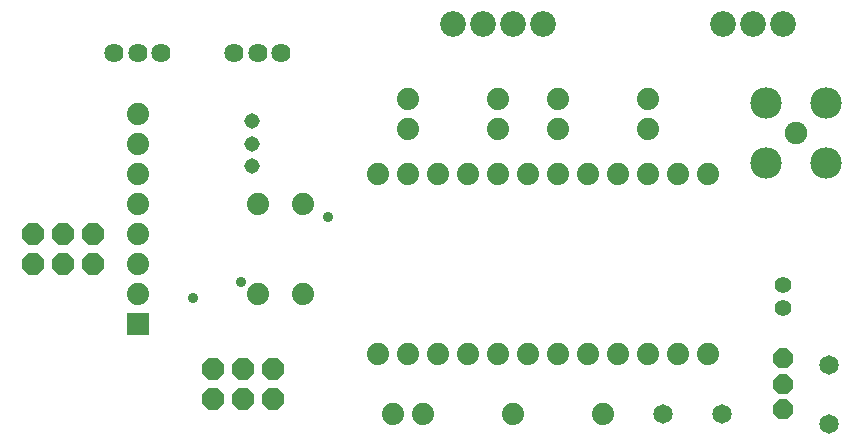
<source format=gts>
G75*
G70*
%OFA0B0*%
%FSLAX24Y24*%
%IPPOS*%
%LPD*%
%AMOC8*
5,1,8,0,0,1.08239X$1,22.5*
%
%ADD10C,0.0740*%
%ADD11OC8,0.0740*%
%ADD12C,0.0515*%
%ADD13C,0.0560*%
%ADD14OC8,0.0660*%
%ADD15C,0.0750*%
%ADD16C,0.1050*%
%ADD17C,0.0860*%
%ADD18C,0.0640*%
%ADD19R,0.0740X0.0740*%
%ADD20C,0.0650*%
%ADD21C,0.0357*%
D10*
X005100Y005100D03*
X005100Y006100D03*
X005100Y007100D03*
X005100Y008100D03*
X005100Y009100D03*
X005100Y010100D03*
X005100Y011100D03*
X009100Y008100D03*
X010600Y008100D03*
X013100Y009100D03*
X014100Y009100D03*
X015100Y009100D03*
X016100Y009100D03*
X017100Y009100D03*
X018100Y009100D03*
X019100Y009100D03*
X020100Y009100D03*
X021100Y009100D03*
X022100Y009100D03*
X023100Y009100D03*
X024100Y009100D03*
X022100Y010600D03*
X022100Y011600D03*
X019100Y011600D03*
X019100Y010600D03*
X017100Y010600D03*
X017100Y011600D03*
X014100Y011600D03*
X014100Y010600D03*
X010600Y005100D03*
X009100Y005100D03*
X013100Y003100D03*
X014100Y003100D03*
X015100Y003100D03*
X016100Y003100D03*
X017100Y003100D03*
X018100Y003100D03*
X019100Y003100D03*
X020100Y003100D03*
X021100Y003100D03*
X022100Y003100D03*
X023100Y003100D03*
X024100Y003100D03*
X020600Y001100D03*
X017600Y001100D03*
X014600Y001100D03*
X013600Y001100D03*
D11*
X007600Y001600D03*
X008600Y001600D03*
X009600Y001600D03*
X009600Y002600D03*
X008600Y002600D03*
X007600Y002600D03*
X003600Y006100D03*
X002600Y006100D03*
X001600Y006100D03*
X001600Y007100D03*
X002600Y007100D03*
X003600Y007100D03*
D12*
X008900Y009350D03*
X008900Y010100D03*
X008900Y010850D03*
D13*
X026600Y005394D03*
X026600Y004606D03*
D14*
X026600Y002950D03*
X026600Y002100D03*
X026600Y001250D03*
D15*
X027050Y010450D03*
D16*
X026046Y009446D03*
X028054Y009446D03*
X028054Y011454D03*
X026046Y011454D03*
D17*
X025600Y014100D03*
X024600Y014100D03*
X026600Y014100D03*
X018600Y014100D03*
X017600Y014100D03*
X016600Y014100D03*
X015600Y014100D03*
D18*
X009887Y013131D03*
X009100Y013131D03*
X008313Y013131D03*
X005887Y013131D03*
X005100Y013131D03*
X004313Y013131D03*
D19*
X005100Y004100D03*
D20*
X022616Y001100D03*
X024584Y001100D03*
X028150Y000766D03*
X028150Y002734D03*
D21*
X011440Y007660D03*
X008560Y005500D03*
X006940Y004960D03*
M02*

</source>
